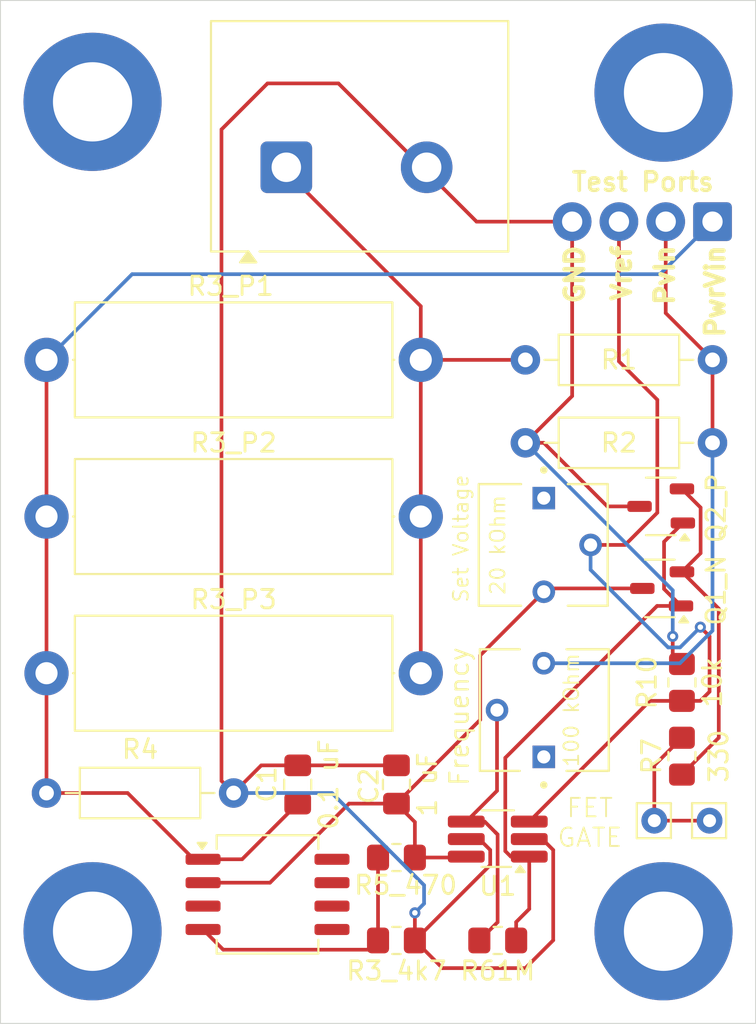
<source format=kicad_pcb>
(kicad_pcb (version 20241229) (generator "pcbnew") (generator_version "9.0")
  (layers (0 "F.Cu" signal) (2 "B.Cu" signal) (13 "F.Paste" user) (15 "B.Paste" user) (5 "F.SilkS" user "F.Silkscreen") (7 "B.SilkS" user "B.Silkscreen") (1 "F.Mask" user) (3 "B.Mask" user) (25 "Edge.Cuts" user))
  (net 0 "")
  (net 1 "GND")
  (net 2 "RegOut")
  (net 3 "/HVDC Line")
  (net 4 "Net-(J1-Pad1)")
  (net 5 "RefIn")
  (net 6 "CompOut")
  (net 7 "PV Input")
  (net 8 "Net-(U2-ADJUSTMENT)")
  (net 9 "+CompIn")
  (net 15 "RegIn")
  (net 16 "Net-(Q1-S)")
  (footprint "Connector_Pin:Pin_D0.7mm_L6.5mm_W1.8mm_FlatFork" (layer "F.Cu") (at 75.5 88)
    (property "Reference" "J3" (hide yes))
    (property "Value" "~")
    (fp_line (start -0.95 -0.95) (end -0.95 0.95) (stroke (width 0.12)) (layer "F.SilkS"))
    (fp_line (start -0.95 0.95) (end 0.9 0.95) (stroke (width 0.12)) (layer "F.SilkS"))
    (fp_line (start 0.9 -0.95) (end -0.95 -0.95) (stroke (width 0.12)) (layer "F.SilkS"))
    (fp_line (start 0.9 -0.9) (end 0.9 -0.95) (stroke (width 0.12)) (layer "F.SilkS"))
    (fp_line (start 0.9 0.95) (end 0.9 -0.9) (stroke (width 0.12)) (layer "F.SilkS"))
    (pad "1" thru_hole circle (at 0 0) (size 1.4 1.4) (drill 0.7) (layers "*.Cu" "*.Mask") (net 4 "Net-(J1-Pad1)"))
  )
  (footprint "CustomLibRyanMarienthal:4Pin_Terminal_NoSilk" (layer "F.Cu") (at 71.85 55.54 180)
    (property "Reference" "J5" (hide yes))
    (property "Value" "Screw_Terminal_01x04" (hide yes))
    (pad "1" thru_hole roundrect (at -3.81 0.04 180) (size 2.1 2.1) (drill 1.1) (layers "*.Cu" "*.Mask") (roundrect_rratio 0.119048) (net 15 "RegIn"))
    (pad "2" thru_hole circle (at -1.27 0.04 180) (size 2.1 2.1) (drill 1.1) (layers "*.Cu" "*.Mask") (net 7 "PV Input"))
    (pad "3" thru_hole circle (at 1.27 0.04 180) (size 2.1 2.1) (drill 1.1) (layers "*.Cu" "*.Mask") (net 5 "RefIn"))
    (pad "4" thru_hole circle (at 3.81 0.04 180) (size 2.1 2.1) (drill 1.1) (layers "*.Cu" "*.Mask") (net 1 "GND"))
  )
  (footprint "Resistor_SMD:R_0805_2012Metric_Pad1.20x1.40mm_HandSolder" (layer "F.Cu") (at 58.5 94.5 180)
    (property "Reference" "R3_4k7" (at 0 -1.65 0) (layer "F.SilkS"))
    (property "Value" "4k7" (hide yes))
    (fp_line (start -0.227064 0.735) (end 0.227064 0.735) (stroke (width 0.12)) (layer "F.SilkS"))
    (fp_line (start -0.227064 -0.735) (end 0.227064 -0.735) (stroke (width 0.12)) (layer "F.SilkS"))
    (pad "1" smd roundrect (at -1 0 180) (size 1.2 1.4) (layers "F.Cu" "F.Mask" "F.Paste") (roundrect_rratio 0.208333) (net 1 "GND"))
    (pad "2" smd roundrect (at 1 0 180) (size 1.2 1.4) (layers "F.Cu" "F.Mask" "F.Paste") (roundrect_rratio 0.208333) (net 8 "Net-(U2-ADJUSTMENT)"))
  )
  (footprint "Resistor_SMD:R_0805_2012Metric_Pad1.20x1.40mm_HandSolder" (layer "F.Cu") (at 74 84.5 90)
    (property "Reference" "R7" (at 0 -1.65 90) (layer "F.SilkS"))
    (property "Value" "330" (at 0 2 90) (layer "F.SilkS"))
    (fp_line (start -0.227064 -0.735) (end 0.227064 -0.735) (stroke (width 0.12)) (layer "F.SilkS"))
    (fp_line (start -0.227064 0.735) (end 0.227064 0.735) (stroke (width 0.12)) (layer "F.SilkS"))
    (pad "1" smd roundrect (at -1 0 90) (size 1.2 1.4) (layers "F.Cu" "F.Mask" "F.Paste") (roundrect_rratio 0.208333) (net 16 "Net-(Q1-S)"))
    (pad "2" smd roundrect (at 1 0 90) (size 1.2 1.4) (layers "F.Cu" "F.Mask" "F.Paste") (roundrect_rratio 0.208333) (net 4 "Net-(J1-Pad1)"))
  )
  (footprint "Resistor_THT:R_Axial_DIN0617_L17.0mm_D6.0mm_P20.32mm_Horizontal" (layer "F.Cu") (at 59.82 63 180)
    (property "Reference" "R3_P1" (at 10.32 4 0) (layer "F.SilkS"))
    (property "Value" "R")
    (fp_line (start 18.88 0) (end 18.78 0) (stroke (width 0.12)) (layer "F.SilkS"))
    (fp_line (start 1.44 0) (end 1.54 0) (stroke (width 0.12)) (layer "F.SilkS"))
    (fp_rect (start 1.54 -3.12) (end 18.78 3.12) (stroke (width 0.12)) (fill no) (layer "F.SilkS"))
    (pad "1" thru_hole circle (at 0 0 180) (size 2.4 2.4) (drill 1.2) (layers "*.Cu" "*.Mask") (net 3 "/HVDC Line"))
    (pad "2" thru_hole circle (at 20.32 0 180) (size 2.4 2.4) (drill 1.2) (layers "*.Cu" "*.Mask") (net 15 "RegIn"))
  )
  (footprint "Package_SO:SOIC-8_5.3x6.2mm_P1.27mm" (layer "F.Cu") (at 51.5 92)
    (property "Reference" "U2" (hide yes))
    (property "Value" "LM317LCDR" (hide yes))
    (fp_line (start -2.76 -3.21) (end -2.76 -2.465) (stroke (width 0.12)) (layer "F.SilkS"))
    (fp_line (start -2.76 3.21) (end -2.76 2.465) (stroke (width 0.12)) (layer "F.SilkS"))
    (fp_line (start 0 -3.21) (end -2.76 -3.21) (stroke (width 0.12)) (layer "F.SilkS"))
    (fp_line (start 0 -3.21) (end 2.76 -3.21) (stroke (width 0.12)) (layer "F.SilkS"))
    (fp_line (start 0 3.21) (end -2.76 3.21) (stroke (width 0.12)) (layer "F.SilkS"))
    (fp_line (start 0 3.21) (end 2.76 3.21) (stroke (width 0.12)) (layer "F.SilkS"))
    (fp_line (start 2.76 -3.21) (end 2.76 -2.465) (stroke (width 0.12)) (layer "F.SilkS"))
    (fp_line (start 2.76 3.21) (end 2.76 2.465) (stroke (width 0.12)) (layer "F.SilkS"))
    (fp_poly (pts (xy -3.55 -2.465) (xy -3.79 -2.795) (xy -3.31 -2.795)) (stroke (width 0.12)) (fill yes) (layer "F.SilkS"))
    (pad "1" smd roundrect (at -3.5 -1.905) (size 1.9 0.6) (layers "F.Cu" "F.Mask" "F.Paste") (net 15 "RegIn"))
    (pad "2" smd roundrect (at -3.5 -0.635) (size 1.9 0.6) (layers "F.Cu" "F.Mask" "F.Paste") (net 2 "RegOut"))
    (pad "3" smd roundrect (at -3.5 0.635) (size 1.9 0.6) (layers "F.Cu" "F.Mask" "F.Paste"))
    (pad "4" smd roundrect (at -3.5 1.905) (size 1.9 0.6) (layers "F.Cu" "F.Mask" "F.Paste") (net 8 "Net-(U2-ADJUSTMENT)"))
    (pad "5" smd roundrect (at 3.5 1.905) (size 1.9 0.6) (layers "F.Cu" "F.Mask" "F.Paste"))
    (pad "6" smd roundrect (at 3.5 0.635) (size 1.9 0.6) (layers "F.Cu" "F.Mask" "F.Paste"))
    (pad "7" smd roundrect (at 3.5 -0.635) (size 1.9 0.6) (layers "F.Cu" "F.Mask" "F.Paste"))
    (pad "8" smd roundrect (at 3.5 -1.905) (size 1.9 0.6) (layers "F.Cu" "F.Mask" "F.Paste"))
  )
  (footprint "Resistor_THT:R_Axial_DIN0207_L6.3mm_D2.5mm_P10.16mm_Horizontal" (layer "F.Cu") (at 65.5 63)
    (property "Reference" "R1" (at 5.08 0 0) (layer "F.SilkS"))
    (property "Value" "R" (hide yes))
    (fp_line (start 1.04 0) (end 1.81 0) (stroke (width 0.12)) (layer "F.SilkS"))
    (fp_line (start 9.12 0) (end 8.35 0) (stroke (width 0.12)) (layer "F.SilkS"))
    (fp_rect (start 1.81 -1.37) (end 8.35 1.37) (stroke (width 0.12)) (fill no) (layer "F.SilkS"))
    (pad "1" thru_hole circle (at 0 0) (size 1.6 1.6) (drill 0.8) (layers "*.Cu" "*.Mask") (net 3 "/HVDC Line"))
    (pad "2" thru_hole circle (at 10.16 0) (size 1.6 1.6) (drill 0.8) (layers "*.Cu" "*.Mask") (net 7 "PV Input"))
  )
  (footprint "Package_TO_SOT_SMD:TSOT-23-6_HandSoldering" (layer "F.Cu") (at 64 89 180)
    (property "Reference" "U1" (at 0 -2.55 0) (layer "F.SilkS"))
    (property "Value" "TLV1805DBVR" (hide yes))
    (fp_line (start 0.08 -1.51) (end 0.88 -1.51) (stroke (width 0.12)) (layer "F.SilkS"))
    (fp_line (start 0.08 -1.51) (end -0.72 -1.51) (stroke (width 0.12)) (layer "F.SilkS"))
    (fp_line (start -0.88 1.56) (end 0.88 1.56) (stroke (width 0.12)) (layer "F.SilkS"))
    (fp_poly (pts (xy -1.22 -1.46) (xy -1.46 -1.79) (xy -0.98 -1.79) (xy -1.22 -1.46)) (stroke (width 0.12)) (fill yes) (layer "F.SilkS"))
    (pad "1" smd roundrect (at -1.71 -0.95 180) (size 2 0.65) (layers "F.Cu" "F.Mask" "F.Paste") (net 6 "CompOut"))
    (pad "2" smd roundrect (at -1.71 0 180) (size 2 0.65) (layers "F.Cu" "F.Mask" "F.Paste") (net 1 "GND"))
    (pad "3" smd roundrect (at -1.71 0.95 180) (size 2 0.65) (layers "F.Cu" "F.Mask" "F.Paste") (net 5 "RefIn"))
    (pad "4" smd roundrect (at 1.71 0.95 180) (size 2 0.65) (layers "F.Cu" "F.Mask" "F.Paste") (net 9 "+CompIn"))
    (pad "5" smd roundrect (at 1.71 0 180) (size 2 0.65) (layers "F.Cu" "F.Mask" "F.Paste") (net 1 "GND"))
    (pad "6" smd roundrect (at 1.71 -0.95 180) (size 2 0.65) (layers "F.Cu" "F.Mask" "F.Paste") (net 2 "RegOut"))
  )
  (footprint "Resistor_THT:R_Axial_DIN0207_L6.3mm_D2.5mm_P10.16mm_Horizontal" (layer "F.Cu") (at 75.66 67.5 180)
    (property "Reference" "R2" (at 5.08 0 0) (layer "F.SilkS"))
    (property "Value" "R")
    (fp_line (start 9.12 0) (end 8.35 0) (stroke (width 0.12)) (layer "F.SilkS"))
    (fp_line (start 1.04 0) (end 1.81 0) (stroke (width 0.12)) (layer "F.SilkS"))
    (fp_rect (start 1.81 -1.37) (end 8.35 1.37) (stroke (width 0.12)) (fill no) (layer "F.SilkS"))
    (pad "1" thru_hole circle (at 0 0 180) (size 1.6 1.6) (drill 0.8) (layers "*.Cu" "*.Mask") (net 7 "PV Input"))
    (pad "2" thru_hole circle (at 10.16 0 180) (size 1.6 1.6) (drill 0.8) (layers "*.Cu" "*.Mask") (net 1 "GND"))
  )
  (footprint "MountingHole:MountingHole_4.3mm_M4_DIN965_Pad" (layer "F.Cu") (at 73 48.5)
    (property "Reference" "H6" (hide yes))
    (property "Value" "MountingHole" (hide yes))
    (pad "1" thru_hole circle (at 0 0) (size 7.5 7.5) (drill 4.3) (layers "*.Cu" "*.Mask"))
  )
  (footprint "Capacitor_SMD:C_0805_2012Metric_Pad1.18x1.45mm_HandSolder" (layer "F.Cu") (at 58.5 86.0375 90)
    (property "Reference" "C2" (at -0.0875 -1.5 90) (layer "F.SilkS"))
    (property "Value" "1 uF" (at 0 1.68 90) (layer "F.SilkS"))
    (fp_line (start -0.261252 -0.735) (end 0.261252 -0.735) (stroke (width 0.12)) (layer "F.SilkS"))
    (fp_line (start -0.261252 0.735) (end 0.261252 0.735) (stroke (width 0.12)) (layer "F.SilkS"))
    (pad "1" smd roundrect (at -1.0375 0 90) (size 1.175 1.45) (layers "F.Cu" "F.Mask" "F.Paste") (roundrect_rratio 0.212766) (net 2 "RegOut"))
    (pad "2" smd roundrect (at 1.0375 0 90) (size 1.175 1.45) (layers "F.Cu" "F.Mask" "F.Paste") (roundrect_rratio 0.212766) (net 1 "GND"))
  )
  (footprint "Resistor_THT:R_Axial_DIN0617_L17.0mm_D6.0mm_P20.32mm_Horizontal" (layer "F.Cu") (at 59.82 80 180)
    (property "Reference" "R3_P3" (at 10.16 4 0) (layer "F.SilkS"))
    (property "Value" "R")
    (fp_line (start 18.88 0) (end 18.78 0) (stroke (width 0.12)) (layer "F.SilkS"))
    (fp_line (start 1.44 0) (end 1.54 0) (stroke (width 0.12)) (layer "F.SilkS"))
    (fp_rect (start 1.54 -3.12) (end 18.78 3.12) (stroke (width 0.12)) (fill no) (layer "F.SilkS"))
    (pad "1" thru_hole circle (at 0 0 180) (size 2.4 2.4) (drill 1.2) (layers "*.Cu" "*.Mask") (net 3 "/HVDC Line"))
    (pad "2" thru_hole circle (at 20.32 0 180) (size 2.4 2.4) (drill 1.2) (layers "*.Cu" "*.Mask") (net 15 "RegIn"))
  )
  (footprint "Connector_Pin:Pin_D0.7mm_L6.5mm_W1.8mm_FlatFork" (layer "F.Cu") (at 72.5 88)
    (property "Reference" "J1" (hide yes))
    (property "Value" "~" (hide yes))
    (fp_line (start -0.95 -0.95) (end -0.95 0.95) (stroke (width 0.12)) (layer "F.SilkS"))
    (fp_line (start -0.95 0.95) (end 0.9 0.95) (stroke (width 0.12)) (layer "F.SilkS"))
    (fp_line (start 0.9 -0.95) (end -0.95 -0.95) (stroke (width 0.12)) (layer "F.SilkS"))
    (fp_line (start 0.9 -0.9) (end 0.9 -0.95) (stroke (width 0.12)) (layer "F.SilkS"))
    (fp_line (start 0.9 0.95) (end 0.9 -0.9) (stroke (width 0.12)) (layer "F.SilkS"))
    (pad "1" thru_hole circle (at 0 0) (size 1.4 1.4) (drill 0.7) (layers "*.Cu" "*.Mask") (net 4 "Net-(J1-Pad1)"))
  )
  (footprint "Resistor_SMD:R_0805_2012Metric_Pad1.20x1.40mm_HandSolder" (layer "F.Cu") (at 74 80.5 90)
    (property "Reference" "R10" (at 0 -1.9 90) (layer "F.SilkS"))
    (property "Value" "10k" (at 0 1.65 90) (layer "F.SilkS"))
    (fp_line (start -0.227064 -0.735) (end 0.227064 -0.735) (stroke (width 0.12)) (layer "F.SilkS"))
    (fp_line (start -0.227064 0.735) (end 0.227064 0.735) (stroke (width 0.12)) (layer "F.SilkS"))
    (pad "1" smd roundrect (at -1 0 90) (size 1.2 1.4) (layers "F.Cu" "F.Mask" "F.Paste") (roundrect_rratio 0.208333) (net 5 "RefIn"))
    (pad "2" smd roundrect (at 1 0 90) (size 1.2 1.4) (layers "F.Cu" "F.Mask" "F.Paste") (roundrect_rratio 0.208333) (net 1 "GND"))
  )
  (footprint "Solar Potentiometer:TRIM_3362P-1-253LF" (layer "F.Cu") (at 66.5 82 90)
    (property "Reference" "Rp3" (hide yes))
    (property "Value" "100 kOhm" (at 0 1.5 90) (layer "F.SilkS") (effects (font (size 0.8 0.8) (thickness 0.1))))
    (fp_line (start 3.3 -3.47) (end 3.3 -1.305) (stroke (width 0.127)) (layer "F.SilkS"))
    (fp_line (start -3.3 -3.47) (end 3.3 -3.47) (stroke (width 0.127)) (layer "F.SilkS"))
    (fp_line (start -3.3 -1.305) (end -3.3 -3.47) (stroke (width 0.127)) (layer "F.SilkS"))
    (fp_line (start 3.3 1.235) (end 3.3 3.52) (stroke (width 0.127)) (layer "F.SilkS"))
    (fp_line (start -3.3 3.52) (end -3.3 1.235) (stroke (width 0.127)) (layer "F.SilkS"))
    (fp_line (start 3.3 3.53) (end -3.3 3.53) (stroke (width 0.127)) (layer "F.SilkS"))
    (fp_circle (center -4.064 0) (end -3.964 0) (stroke (width 0.2)) (fill no) (layer "F.SilkS"))
    (pad "1" thru_hole rect (at -2.54 0 90) (size 1.222 1.222) (drill 0.714) (layers "*.Cu" "*.Mask"))
    (pad "2" thru_hole circle (at 0 -2.54 90) (size 1.222 1.222) (drill 0.714) (layers "*.Cu" "*.Mask") (net 9 "+CompIn"))
    (pad "3" thru_hole circle (at 2.54 0 90) (size 1.222 1.222) (drill 0.714) (layers "*.Cu" "*.Mask") (net 7 "PV Input"))
  )
  (footprint "Capacitor_SMD:C_0805_2012Metric_Pad1.18x1.45mm_HandSolder" (layer "F.Cu") (at 53.138376 86.0375 90)
    (property "Reference" "C1" (at 0 -1.68 90) (layer "F.SilkS"))
    (property "Value" "0.1 uF" (at 0 1.68 90) (layer "F.SilkS"))
    (fp_line (start -0.261252 -0.735) (end 0.261252 -0.735) (stroke (width 0.12)) (layer "F.SilkS"))
    (fp_line (start -0.261252 0.735) (end 0.261252 0.735) (stroke (width 0.12)) (layer "F.SilkS"))
    (pad "1" smd roundrect (at -1.0375 0 90) (size 1.175 1.45) (layers "F.Cu" "F.Mask" "F.Paste") (roundrect_rratio 0.212766) (net 15 "RegIn"))
    (pad "2" smd roundrect (at 1.0375 0 90) (size 1.175 1.45) (layers "F.Cu" "F.Mask" "F.Paste") (roundrect_rratio 0.212766) (net 1 "GND"))
  )
  (footprint "Resistor_THT:R_Axial_DIN0617_L17.0mm_D6.0mm_P20.32mm_Horizontal" (layer "F.Cu") (at 59.82 71.5 180)
    (property "Reference" "R3_P2" (at 10.16 4 0) (layer "F.SilkS"))
    (property "Value" "R")
    (fp_line (start 18.88 0) (end 18.78 0) (stroke (width 0.12)) (layer "F.SilkS"))
    (fp_line (start 1.44 0) (end 1.54 0) (stroke (width 0.12)) (layer "F.SilkS"))
    (fp_rect (start 1.54 -3.12) (end 18.78 3.12) (stroke (width 0.12)) (fill no) (layer "F.SilkS"))
    (pad "1" thru_hole circle (at 0 0 180) (size 2.4 2.4) (drill 1.2) (layers "*.Cu" "*.Mask") (net 3 "/HVDC Line"))
    (pad "2" thru_hole circle (at 20.32 0 180) (size 2.4 2.4) (drill 1.2) (layers "*.Cu" "*.Mask") (net 15 "RegIn"))
  )
  (footprint "MountingHole:MountingHole_4.3mm_M4_DIN965_Pad" (layer "F.Cu") (at 42 94)
    (property "Reference" "H4" (hide yes))
    (property "Value" "MountingHole" (hide yes))
    (pad "1" thru_hole circle (at 0 0) (size 7.5 7.5) (drill 4.3) (layers "*.Cu" "*.Mask"))
  )
  (footprint "Resistor_SMD:R_0805_2012Metric_Pad1.20x1.40mm_HandSolder" (layer "F.Cu") (at 64 94.5 180)
    (property "Reference" "R61M" (at 0 -1.65 0) (layer "F.SilkS"))
    (property "Value" "1 MOhm" (hide yes))
    (fp_line (start -0.227064 0.735) (end 0.227064 0.735) (stroke (width 0.12)) (layer "F.SilkS"))
    (fp_line (start -0.227064 -0.735) (end 0.227064 -0.735) (stroke (width 0.12)) (layer "F.SilkS"))
    (pad "1" smd roundrect (at -1 0 180) (size 1.2 1.4) (layers "F.Cu" "F.Mask" "F.Paste") (roundrect_rratio 0.208333) (net 6 "CompOut"))
    (pad "2" smd roundrect (at 1 0 180) (size 1.2 1.4) (layers "F.Cu" "F.Mask" "F.Paste") (roundrect_rratio 0.208333) (net 9 "+CompIn"))
  )
  (footprint "MountingHole:MountingHole_4.3mm_M4_DIN965_Pad" (layer "F.Cu") (at 42 49)
    (property "Reference" "H3" (hide yes))
    (property "Value" "MountingHole" (hide yes))
    (pad "1" thru_hole circle (at 0 0) (size 7.5 7.5) (drill 4.3) (layers "*.Cu" "*.Mask"))
  )
  (footprint "Solar Potentiometer:TRIM_3362P-1-253LF" (layer "F.Cu") (at 66.5 73.04 -90)
    (property "Reference" "Rp1" (hide yes))
    (property "Value" "20 kOhm" (at 0 2.5 90) (layer "F.SilkS") (effects (font (size 0.8 0.8) (thickness 0.1))))
    (fp_line (start 3.3 3.53) (end -3.3 3.53) (stroke (width 0.127)) (layer "F.SilkS"))
    (fp_line (start -3.3 3.52) (end -3.3 1.235) (stroke (width 0.127)) (layer "F.SilkS"))
    (fp_line (start 3.3 1.235) (end 3.3 3.52) (stroke (width 0.127)) (layer "F.SilkS"))
    (fp_line (start -3.3 -1.305) (end -3.3 -3.47) (stroke (width 0.127)) (layer "F.SilkS"))
    (fp_line (start -3.3 -3.47) (end 3.3 -3.47) (stroke (width 0.127)) (layer "F.SilkS"))
    (fp_line (start 3.3 -3.47) (end 3.3 -1.305) (stroke (width 0.127)) (layer "F.SilkS"))
    (fp_circle (center -4.064 0) (end -3.964 0) (stroke (width 0.2)) (fill no) (layer "F.SilkS"))
    (pad "1" thru_hole rect (at -2.54 0 270) (size 1.222 1.222) (drill 0.714) (layers "*.Cu" "*.Mask"))
    (pad "2" thru_hole circle (at 0 -2.54 270) (size 1.222 1.222) (drill 0.714) (layers "*.Cu" "*.Mask") (net 5 "RefIn"))
    (pad "3" thru_hole circle (at 2.54 0 270) (size 1.222 1.222) (drill 0.714) (layers "*.Cu" "*.Mask") (net 2 "RegOut"))
  )
  (footprint "CustomLibRyanMarienthal:TerminalBlock_gauge 10" (layer "F.Cu") (at 56.5 51)
    (property "Reference" "J2" (hide yes))
    (property "Value" "Screw_Terminal_01x02" (hide yes))
    (fp_line (start -8.07 -6.38) (end 8.07 -6.38) (stroke (width 0.12)) (layer "F.SilkS"))
    (fp_line (start -8.07 6.1) (end -8.07 -6.38) (stroke (width 0.12)) (layer "F.SilkS"))
    (fp_line (start -6.03 6.12) (end -8.07 6.12) (stroke (width 0.12)) (layer "F.SilkS"))
    (fp_line (start 8.07 -6.38) (end 8.07 6.12) (stroke (width 0.12)) (layer "F.SilkS"))
    (fp_line (start 8.07 6.12) (end -5.43 6.12) (stroke (width 0.12)) (layer "F.SilkS"))
    (fp_poly (pts (xy -6.05 6.1) (xy -5.61 6.71) (xy -6.49 6.71)) (stroke (width 0.12)) (fill yes) (layer "F.SilkS"))
    (pad "1" thru_hole roundrect (at -3.98 1.55) (size 2.8 2.8) (drill 1.6) (layers "*.Cu" "*.Mask") (roundrect_rratio 0.125) (net 3 "/HVDC Line"))
    (pad "2" thru_hole circle (at 3.64 1.55) (size 2.8 2.8) (drill 1.6) (layers "*.Cu" "*.Mask") (net 1 "GND"))
  )
  (footprint "Resistor_THT:R_Axial_DIN0207_L6.3mm_D2.5mm_P10.16mm_Horizontal" (layer "F.Cu") (at 39.5 86.5)
    (property "Reference" "R4" (at 5.08 -2.37 0) (layer "F.SilkS"))
    (property "Value" "R" (hide yes))
    (fp_line (start 1.04 0) (end 1.81 0) (stroke (width 0.12)) (layer "F.SilkS"))
    (fp_line (start 9.12 0) (end 8.35 0) (stroke (width 0.12)) (layer "F.SilkS"))
    (fp_rect (start 1.81 -1.37) (end 8.35 1.37) (stroke (width 0.12)) (fill no) (layer "F.SilkS"))
    (pad "1" thru_hole circle (at 0 0) (size 1.6 1.6) (drill 0.8) (layers "*.Cu" "*.Mask") (net 15 "RegIn"))
    (pad "2" thru_hole circle (at 10.16 0) (size 1.6 1.6) (drill 0.8) (layers "*.Cu" "*.Mask") (net 1 "GND"))
  )
  (footprint "MountingHole:MountingHole_4.3mm_M4_DIN965_Pad" (layer "F.Cu") (at 73 94)
    (property "Reference" "H5" (hide yes))
    (property "Value" "MountingHole" (hide yes))
    (pad "1" thru_hole circle (at 0 0) (size 7.5 7.5) (drill 4.3) (layers "*.Cu" "*.Mask"))
  )
  (footprint "Resistor_SMD:R_0805_2012Metric_Pad1.20x1.40mm_HandSolder" (layer "F.Cu") (at 58.5 90 180)
    (property "Reference" "R5_470" (at -0.5 -1.5 0) (layer "F.SilkS"))
    (property "Value" "470" (hide yes))
    (fp_line (start -0.227064 0.735) (end 0.227064 0.735) (stroke (width 0.12)) (layer "F.SilkS"))
    (fp_line (start -0.227064 -0.735) (end 0.227064 -0.735) (stroke (width 0.12)) (layer "F.SilkS"))
    (pad "1" smd roundrect (at -1 0 180) (size 1.2 1.4) (layers "F.Cu" "F.Mask" "F.Paste") (roundrect_rratio 0.208333) (net 2 "RegOut"))
    (pad "2" smd roundrect (at 1 0 180) (size 1.2 1.4) (layers "F.Cu" "F.Mask" "F.Paste") (roundrect_rratio 0.208333) (net 8 "Net-(U2-ADJUSTMENT)"))
  )
  (footprint "Package_TO_SOT_SMD:SOT-23-3" (layer "F.Cu") (at 72.8 75.4 180)
    (property "Reference" "Q1_N" (at -3.05 -0.1 90) (layer "F.SilkS"))
    (property "Value" "N-Channel" (hide yes))
    (fp_line (start 0 1.56) (end 0.8 1.56) (stroke (width 0.12)) (layer "F.SilkS"))
    (fp_line (start 0 1.56) (end -0.8 1.56) (stroke (width 0.12)) (layer "F.SilkS"))
    (fp_line (start 0 -1.56) (end 0.8 -1.56) (stroke (width 0.12)) (layer "F.SilkS"))
    (fp_line (start 0 -1.56) (end -0.8 -1.56) (stroke (width 0.12)) (layer "F.SilkS"))
    (fp_poly (pts (xy -1.3 -1.51) (xy -1.54 -1.84) (xy -1.06 -1.84)) (stroke (width 0.12)) (fill yes) (layer "F.SilkS"))
    (pad "1" smd roundrect (at -1.15 -0.95 180) (size 1.325 0.6) (layers "F.Cu" "F.Mask" "F.Paste") (net 6 "CompOut"))
    (pad "2" smd roundrect (at 0.95 0 180) (size 1.325 0.6) (layers "F.Cu" "F.Mask" "F.Paste") (net 2 "RegOut"))
    (pad "3" smd roundrect (at -1.2 0.9 180) (size 1.3375 0.6) (layers "F.Cu" "F.Mask" "F.Paste") (net 16 "Net-(Q1-S)"))
  )
  (footprint "Package_TO_SOT_SMD:SOT-23-3" (layer "F.Cu") (at 72.85 70.95 180)
    (property "Reference" "Q2_P" (at -3 -0.1 90) (layer "F.SilkS"))
    (property "Value" "P-Channel" (hide yes))
    (fp_line (start 0 1.56) (end 0.8 1.56) (stroke (width 0.12)) (layer "F.SilkS"))
    (fp_line (start 0 1.56) (end -0.8 1.56) (stroke (width 0.12)) (layer "F.SilkS"))
    (fp_line (start 0 -1.56) (end 0.8 -1.56) (stroke (width 0.12)) (layer "F.SilkS"))
    (fp_line (start 0 -1.56) (end -0.8 -1.56) (stroke (width 0.12)) (layer "F.SilkS"))
    (fp_poly (pts (xy -1.3 -1.51) (xy -1.54 -1.84) (xy -1.06 -1.84)) (stroke (width 0.12)) (fill yes) (layer "F.SilkS"))
    (pad "1" smd roundrect (at -1.2 -0.9 180) (size 1.325 0.6) (layers "F.Cu" "F.Mask" "F.Paste") (net 6 "CompOut"))
    (pad "2" smd roundrect (at 1.15 0 180) (size 1.325 0.6) (layers "F.Cu" "F.Mask" "F.Paste") (net 1 "GND"))
    (pad "3" smd roundrect (at -1.15 0.95 180) (size 1.325 0.6) (layers "F.Cu" "F.Mask" "F.Paste") (net 16 "Net-(Q1-S)"))
  )
  (gr_rect (start 37 43.5) (end 78 99) (stroke (width 0.05)) (fill no) (layer "Edge.Cuts"))
  (gr_text "Test Ports\n" (at 75.843335 53.929298 0) (layer "F.SilkS") (effects (font (size 1 1) (thickness 0.2) (bold yes)) (justify right bottom)))
  (gr_text "Vref" (at 71.30625 58.297736 90) (layer "F.SilkS") (effects (font (size 1 1) (thickness 0.25) (bold yes)) (justify bottom)))
  (gr_text "PwrVin\n" (at 76.38625 59.283512 90) (layer "F.SilkS") (effects (font (size 1 1) (thickness 0.25) (bold yes)) (justify bottom)))
  (gr_text "Frequency" (at 62.5 86.193906 90) (layer "F.SilkS") (effects (font (size 1 1) (thickness 0.125)) (justify left bottom)))
  (gr_text "FET\nGATE\n" (at 69 89.5 0) (layer "F.SilkS") (effects (font (size 1 1) (thickness 0.1)) (justify bottom)))
  (gr_text "Set Voltage" (at 62 72.695501 90) (layer "F.SilkS") (effects (font (size 0.8 0.8) (thickness 0.1))))
  (gr_text "GND" (at 68.76625 58.369164 90) (layer "F.SilkS") (effects (font (size 1 1) (thickness 0.25) (bold yes)) (justify bottom)))
  (gr_text "PvIn\n\n\n" (at 76.867272 58.40256 90) (layer "F.SilkS") (effects (font (size 1 1) (thickness 0.25) (bold yes)) (justify bottom)))
  (segment (start 63.591 89.59101) (end 63.591 90.409) (width 0.2) (layer "F.Cu") (net 1))
  (segment (start 62.85 55.5) (end 55.35 48) (width 0.2) (layer "F.Cu") (net 1))
  (segment (start 55.35 48) (end 51.5 48) (width 0.2) (layer "F.Cu") (net 1))
  (segment (start 62.99999 89) (end 63.591 89.59101) (width 0.2) (layer "F.Cu") (net 1))
  (segment (start 73.5 79) (end 74 79.5) (width 0.2) (layer "F.Cu") (net 1))
  (segment (start 73.5 78) (end 73.5 79) (width 0.2) (layer "F.Cu") (net 1))
  (segment (start 66.5 67.5) (end 69.95 70.95) (width 0.2) (layer "F.Cu") (net 1))
  (segment (start 62.29 89) (end 62.99999 89) (width 0.2) (layer "F.Cu") (net 1))
  (segment (start 67.011 89.59101) (end 67.011 94.489) (width 0.2) (layer "F.Cu") (net 1))
  (segment (start 68.04 55.5) (end 62.85 55.5) (width 0.2) (layer "F.Cu") (net 1))
  (segment (start 68.04 64.96) (end 68.04 55.5) (width 0.2) (layer "F.Cu") (net 1))
  (segment (start 58.5 85) (end 53 85) (width 0.2) (layer "F.Cu") (net 1))
  (segment (start 59.5 93) (end 59.5 94.5) (width 0.2) (layer "F.Cu") (net 1))
  (segment (start 65.71 89) (end 66.41999 89) (width 0.2) (layer "F.Cu") (net 1))
  (segment (start 63.591 90.409) (end 59.5 94.5) (width 0.2) (layer "F.Cu") (net 1))
  (segment (start 65.5 96) (end 61 96) (width 0.2) (layer "F.Cu") (net 1))
  (segment (start 49 85.84) (end 49.66 86.5) (width 0.2) (layer "F.Cu") (net 1))
  (segment (start 53.5 85) (end 51.16 85) (width 0.2) (layer "F.Cu") (net 1))
  (segment (start 69.95 70.95) (end 71.7 70.95) (width 0.2) (layer "F.Cu") (net 1))
  (segment (start 61 96) (end 59.5 94.5) (width 0.2) (layer "F.Cu") (net 1))
  (segment (start 65.5 67.5) (end 66.5 67.5) (width 0.2) (layer "F.Cu") (net 1))
  (segment (start 68.02 55.52) (end 68.04 55.5) (width 0.2) (layer "F.Cu") (net 1))
  (segment (start 66.41999 89) (end 67.011 89.59101) (width 0.2) (layer "F.Cu") (net 1))
  (segment (start 68.04 64.96) (end 65.5 67.5) (width 0.2) (layer "F.Cu") (net 1))
  (segment (start 67.011 94.489) (end 65.5 96) (width 0.2) (layer "F.Cu") (net 1))
  (segment (start 51.5 48) (end 49 50.5) (width 0.2) (layer "F.Cu") (net 1))
  (segment (start 49 50.5) (end 49 85.84) (width 0.2) (layer "F.Cu") (net 1))
  (segment (start 51.16 85) (end 49.66 86.5) (width 0.2) (layer "F.Cu") (net 1))
  (via (at 73.5 78) (size 0.6) (drill 0.3) (layers "F.Cu" "B.Cu") (net 1))
  (via (at 59.5 93) (size 0.6) (drill 0.3) (layers "F.Cu" "B.Cu") (net 1))
  (segment (start 73.5 75.5) (end 65.5 67.5) (width 0.2) (layer "B.Cu") (net 1))
  (segment (start 73.5 78) (end 73.5 75.5) (width 0.2) (layer "B.Cu") (net 1))
  (segment (start 55 86.5) (end 49.66 86.5) (width 0.2) (layer "B.Cu") (net 1))
  (segment (start 60 92.5) (end 60 91.5) (width 0.2) (layer "B.Cu") (net 1))
  (segment (start 59.5 93) (end 60 92.5) (width 0.2) (layer "B.Cu") (net 1))
  (segment (start 60 91.5) (end 55 86.5) (width 0.2) (layer "B.Cu") (net 1))
  (segment (start 71.85 75.4) (end 66.68 75.4) (width 0.2) (layer "F.Cu") (net 2))
  (segment (start 59.5 90) (end 62.24 90) (width 0.2) (layer "F.Cu") (net 2))
  (segment (start 51.635 91.365) (end 48 91.365) (width 0.2) (layer "F.Cu") (net 2))
  (segment (start 63.048 79.032) (end 63.048 82.527) (width 0.2) (layer "F.Cu") (net 2))
  (segment (start 66.68 75.4) (end 66.5 75.58) (width 0.2) (layer "F.Cu") (net 2))
  (segment (start 62.24 90) (end 62.29 89.95) (width 0.2) (layer "F.Cu") (net 2))
  (segment (start 63.048 82.527) (end 58.5 87.075) (width 0.2) (layer "F.Cu") (net 2))
  (segment (start 58.5 87.075) (end 55.925 87.075) (width 0.2) (layer "F.Cu") (net 2))
  (segment (start 66.5 75.58) (end 63.048 79.032) (width 0.2) (layer "F.Cu") (net 2))
  (segment (start 55.925 87.075) (end 51.635 91.365) (width 0.2) (layer "F.Cu") (net 2))
  (segment (start 59.5 90) (end 59.5 88.075) (width 0.2) (layer "F.Cu") (net 2))
  (segment (start 59.5 88.075) (end 58.5 87.075) (width 0.2) (layer "F.Cu") (net 2))
  (segment (start 59.82 63) (end 59.82 80) (width 0.2) (layer "F.Cu") (net 3))
  (segment (start 65.5 63) (end 59.82 63) (width 0.2) (layer "F.Cu") (net 3))
  (segment (start 59.82 60.09) (end 52.73 53) (width 0.2) (layer "F.Cu") (net 3))
  (segment (start 52.73 53) (end 52.025 53) (width 0.2) (layer "F.Cu") (net 3))
  (segment (start 59.82 63) (end 59.82 60.09) (width 0.2) (layer "F.Cu") (net 3))
  (segment (start 72.5 85) (end 74 83.5) (width 0.2) (layer "F.Cu") (net 4))
  (segment (start 72.5 88) (end 72.5 85) (width 0.2) (layer "F.Cu") (net 4))
  (segment (start 75.5 88) (end 72.5 88) (width 0.2) (layer "F.Cu") (net 4))
  (segment (start 70.914468 73.04) (end 72.6635 71.290968) (width 0.2) (layer "F.Cu") (net 5))
  (segment (start 72.6635 71.290968) (end 72.6635 65.1635) (width 0.2) (layer "F.Cu") (net 5))
  (segment (start 65.71 88.05) (end 72.26 81.5) (width 0.2) (layer "F.Cu") (net 5))
  (segment (start 75.5 81) (end 75 81.5) (width 0.2) (layer "F.Cu") (net 5))
  (segment (start 72.6635 65.1635) (end 70.58 63.08) (width 0.2) (layer "F.Cu") (net 5))
  (segment (start 69.04 73.04) (end 70.914468 73.04) (width 0.2) (layer "F.Cu") (net 5))
  (segment (start 72.26 81.5) (end 74 81.5) (width 0.2) (layer "F.Cu") (net 5))
  (segment (start 70.58 55.5) (end 70.58 63.08) (width 0.2) (layer "F.Cu") (net 5))
  (segment (start 75 77.5) (end 75.5 78) (width 0.2) (layer "F.Cu") (net 5))
  (segment (start 75 81.5) (end 74 81.5) (width 0.2) (layer "F.Cu") (net 5))
  (segment (start 75.5 78) (end 75.5 81) (width 0.2) (layer "F.Cu") (net 5))
  (via (at 75 77.5) (size 0.6) (drill 0.3) (layers "F.Cu" "B.Cu") (net 5))
  (segment (start 73.251057 78.601) (end 73.899 78.601) (width 0.2) (layer "B.Cu") (net 5))
  (segment (start 69.04 73.04) (end 69.04 74.389943) (width 0.2) (layer "B.Cu") (net 5))
  (segment (start 73.899 78.601) (end 75 77.5) (width 0.2) (layer "B.Cu") (net 5))
  (segment (start 69.04 74.389943) (end 73.251057 78.601) (width 0.2) (layer "B.Cu") (net 5))
  (segment (start 72.65 76.35) (end 73.95 76.35) (width 0.2) (layer "F.Cu") (net 6))
  (segment (start 65.71 89.95) (end 64.710001 89.95) (width 0.2) (layer "F.Cu") (net 6))
  (segment (start 73.03025 72.86975) (end 73.03025 75.43025) (width 0.2) (layer "F.Cu") (net 6))
  (segment (start 64.409 84.591) (end 72.65 76.35) (width 0.2) (layer "F.Cu") (net 6))
  (segment (start 65 93.5) (end 65.71 92.79) (width 0.2) (layer "F.Cu") (net 6))
  (segment (start 64.409 89.648999) (end 64.409 84.591) (width 0.2) (layer "F.Cu") (net 6))
  (segment (start 64.710001 89.95) (end 64.409 89.648999) (width 0.2) (layer "F.Cu") (net 6))
  (segment (start 65 94.5) (end 65 93.5) (width 0.2) (layer "F.Cu") (net 6))
  (segment (start 74.05 71.85) (end 73.03025 72.86975) (width 0.2) (layer "F.Cu") (net 6))
  (segment (start 65.71 92.79) (end 65.71 89.95) (width 0.2) (layer "F.Cu") (net 6))
  (segment (start 73.03025 75.43025) (end 73.95 76.35) (width 0.2) (layer "F.Cu") (net 6))
  (segment (start 75.66 63) (end 73.12 60.46) (width 0.2) (layer "F.Cu") (net 7))
  (segment (start 75.66 63) (end 75.5 63) (width 0.2) (layer "F.Cu") (net 7))
  (segment (start 75.66 63) (end 75.66 67.5) (width 0.2) (layer "F.Cu") (net 7))
  (segment (start 73.12 55.5) (end 73.12 60.46) (width 0.2) (layer "F.Cu") (net 7))
  (segment (start 75.66 77.689943) (end 75.66 67.5) (width 0.2) (layer "B.Cu") (net 7))
  (segment (start 66.5 79.46) (end 73.889943 79.46) (width 0.2) (layer "B.Cu") (net 7))
  (segment (start 73.889943 79.46) (end 75.66 77.689943) (width 0.2) (layer "B.Cu") (net 7))
  (segment (start 49.095 95) (end 57 95) (width 0.2) (layer "F.Cu") (net 8))
  (segment (start 48 93.905) (end 49.095 95) (width 0.2) (layer "F.Cu") (net 8))
  (segment (start 57 95) (end 57.5 94.5) (width 0.2) (layer "F.Cu") (net 8))
  (segment (start 57.5 94.5) (end 57.5 90) (width 0.2) (layer "F.Cu") (net 8))
  (segment (start 63.96 86.38) (end 62.29 88.05) (width 0.2) (layer "F.Cu") (net 9))
  (segment (start 63.992 93.508) (end 63 94.5) (width 0.2) (layer "F.Cu") (net 9))
  (segment (start 63.992 88.752002) (end 63.992 93.508) (width 0.2) (layer "F.Cu") (net 9))
  (segment (start 63.869999 88.630001) (end 63.289999 88.05) (width 0.2) (layer "F.Cu") (net 9))
  (segment (start 63.992 88.752001) (end 63.869999 88.630001) (width 0.2) (layer "F.Cu") (net 9))
  (segment (start 63.869999 88.630001) (end 63.992 88.752002) (width 0.2) (layer "F.Cu") (net 9))
  (segment (start 63.96 82) (end 63.96 86.38) (width 0.2) (layer "F.Cu") (net 9))
  (segment (start 63.289999 88.05) (end 62.29 88.05) (width 0.2) (layer "F.Cu") (net 9))
  (segment (start 50.118376 90.095) (end 47.5 90.095) (width 0.2) (layer "F.Cu") (net 15))
  (segment (start 53 87.213376) (end 50.118376 90.095) (width 0.2) (layer "F.Cu") (net 15))
  (segment (start 43.905 86.5) (end 39.5 86.5) (width 0.2) (layer "F.Cu") (net 15))
  (segment (start 47.5 90.095) (end 43.905 86.5) (width 0.2) (layer "F.Cu") (net 15))
  (segment (start 39.5 63) (end 39.5 86.5) (width 0.2) (layer "F.Cu") (net 15))
  (segment (start 53 87.075) (end 53 87.213376) (width 0.2) (layer "F.Cu") (net 15))
  (segment (start 44.149 58.351) (end 39.5 63) (width 0.2) (layer "B.Cu") (net 15))
  (segment (start 72.809 58.351) (end 44.149 58.351) (width 0.2) (layer "B.Cu") (net 15))
  (segment (start 75.66 55.5) (end 72.809 58.351) (width 0.2) (layer "B.Cu") (net 15))
  (segment (start 76 76.5) (end 76 83.5) (width 0.2) (layer "F.Cu") (net 16))
  (segment (start 74 74.5) (end 76 76.5) (width 0.2) (layer "F.Cu") (net 16))
  (segment (start 76 83.5) (end 74 85.5) (width 0.2) (layer "F.Cu") (net 16))
  (segment (start 75.0135 73.4865) (end 74 74.5) (width 0.2) (layer "F.Cu") (net 16))
  (segment (start 74 70) (end 75.0135 71.0135) (width 0.2) (layer "F.Cu") (net 16))
  (segment (start 75.0135 71.0135) (end 75.0135 73.4865) (width 0.2) (layer "F.Cu") (net 16))
)
</source>
